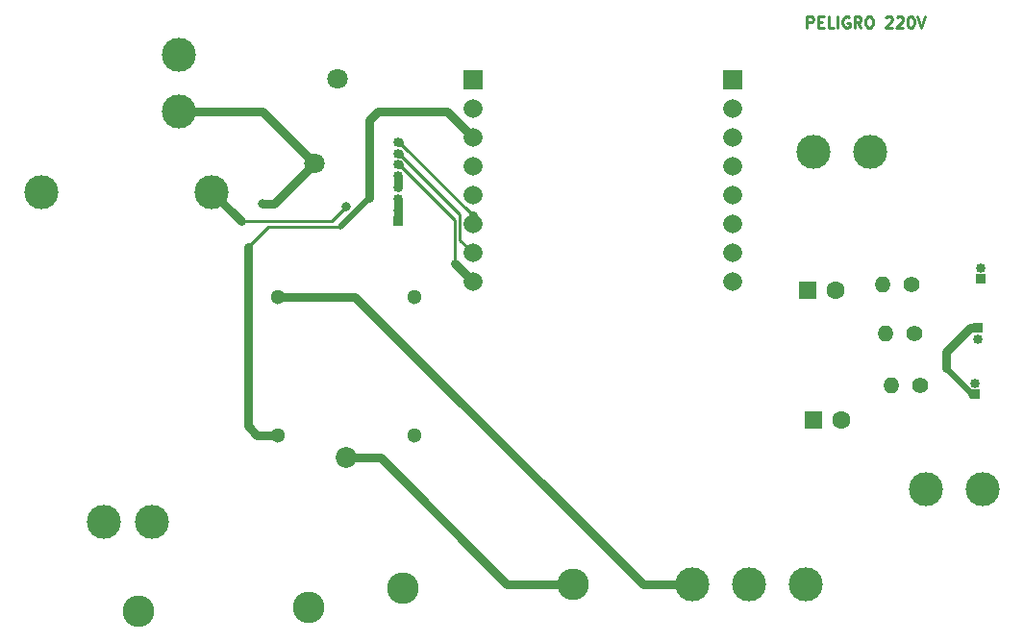
<source format=gbr>
%TF.GenerationSoftware,KiCad,Pcbnew,5.1.7-a382d34a8~88~ubuntu20.04.1*%
%TF.CreationDate,2020-12-27T18:37:31+01:00*%
%TF.ProjectId,PhotoPlug,50686f74-6f50-46c7-9567-2e6b69636164,rev?*%
%TF.SameCoordinates,Original*%
%TF.FileFunction,Copper,L2,Bot*%
%TF.FilePolarity,Positive*%
%FSLAX46Y46*%
G04 Gerber Fmt 4.6, Leading zero omitted, Abs format (unit mm)*
G04 Created by KiCad (PCBNEW 5.1.7-a382d34a8~88~ubuntu20.04.1) date 2020-12-27 18:37:31*
%MOMM*%
%LPD*%
G01*
G04 APERTURE LIST*
%TA.AperFunction,NonConductor*%
%ADD10C,0.250000*%
%TD*%
%TA.AperFunction,ComponentPad*%
%ADD11C,3.000000*%
%TD*%
%TA.AperFunction,ComponentPad*%
%ADD12O,0.850000X0.850000*%
%TD*%
%TA.AperFunction,ComponentPad*%
%ADD13R,0.850000X0.850000*%
%TD*%
%TA.AperFunction,ComponentPad*%
%ADD14C,1.800000*%
%TD*%
%TA.AperFunction,ComponentPad*%
%ADD15O,1.400000X1.400000*%
%TD*%
%TA.AperFunction,ComponentPad*%
%ADD16C,1.400000*%
%TD*%
%TA.AperFunction,ComponentPad*%
%ADD17C,1.840000*%
%TD*%
%TA.AperFunction,ComponentPad*%
%ADD18C,1.300000*%
%TD*%
%TA.AperFunction,ComponentPad*%
%ADD19C,1.665000*%
%TD*%
%TA.AperFunction,ComponentPad*%
%ADD20R,1.665000X1.665000*%
%TD*%
%TA.AperFunction,ComponentPad*%
%ADD21C,2.780000*%
%TD*%
%TA.AperFunction,ComponentPad*%
%ADD22C,1.600000*%
%TD*%
%TA.AperFunction,ComponentPad*%
%ADD23R,1.600000X1.600000*%
%TD*%
%TA.AperFunction,ViaPad*%
%ADD24C,0.800000*%
%TD*%
%TA.AperFunction,Conductor*%
%ADD25C,0.750000*%
%TD*%
%TA.AperFunction,Conductor*%
%ADD26C,0.500000*%
%TD*%
%TA.AperFunction,Conductor*%
%ADD27C,0.250000*%
%TD*%
G04 APERTURE END LIST*
D10*
X186142952Y-97988380D02*
X186142952Y-96988380D01*
X186523904Y-96988380D01*
X186619142Y-97036000D01*
X186666761Y-97083619D01*
X186714380Y-97178857D01*
X186714380Y-97321714D01*
X186666761Y-97416952D01*
X186619142Y-97464571D01*
X186523904Y-97512190D01*
X186142952Y-97512190D01*
X187142952Y-97464571D02*
X187476285Y-97464571D01*
X187619142Y-97988380D02*
X187142952Y-97988380D01*
X187142952Y-96988380D01*
X187619142Y-96988380D01*
X188523904Y-97988380D02*
X188047714Y-97988380D01*
X188047714Y-96988380D01*
X188857238Y-97988380D02*
X188857238Y-96988380D01*
X189857238Y-97036000D02*
X189762000Y-96988380D01*
X189619142Y-96988380D01*
X189476285Y-97036000D01*
X189381047Y-97131238D01*
X189333428Y-97226476D01*
X189285809Y-97416952D01*
X189285809Y-97559809D01*
X189333428Y-97750285D01*
X189381047Y-97845523D01*
X189476285Y-97940761D01*
X189619142Y-97988380D01*
X189714380Y-97988380D01*
X189857238Y-97940761D01*
X189904857Y-97893142D01*
X189904857Y-97559809D01*
X189714380Y-97559809D01*
X190904857Y-97988380D02*
X190571523Y-97512190D01*
X190333428Y-97988380D02*
X190333428Y-96988380D01*
X190714380Y-96988380D01*
X190809619Y-97036000D01*
X190857238Y-97083619D01*
X190904857Y-97178857D01*
X190904857Y-97321714D01*
X190857238Y-97416952D01*
X190809619Y-97464571D01*
X190714380Y-97512190D01*
X190333428Y-97512190D01*
X191523904Y-96988380D02*
X191714380Y-96988380D01*
X191809619Y-97036000D01*
X191904857Y-97131238D01*
X191952476Y-97321714D01*
X191952476Y-97655047D01*
X191904857Y-97845523D01*
X191809619Y-97940761D01*
X191714380Y-97988380D01*
X191523904Y-97988380D01*
X191428666Y-97940761D01*
X191333428Y-97845523D01*
X191285809Y-97655047D01*
X191285809Y-97321714D01*
X191333428Y-97131238D01*
X191428666Y-97036000D01*
X191523904Y-96988380D01*
X193095333Y-97083619D02*
X193142952Y-97036000D01*
X193238190Y-96988380D01*
X193476285Y-96988380D01*
X193571523Y-97036000D01*
X193619142Y-97083619D01*
X193666761Y-97178857D01*
X193666761Y-97274095D01*
X193619142Y-97416952D01*
X193047714Y-97988380D01*
X193666761Y-97988380D01*
X194047714Y-97083619D02*
X194095333Y-97036000D01*
X194190571Y-96988380D01*
X194428666Y-96988380D01*
X194523904Y-97036000D01*
X194571523Y-97083619D01*
X194619142Y-97178857D01*
X194619142Y-97274095D01*
X194571523Y-97416952D01*
X194000095Y-97988380D01*
X194619142Y-97988380D01*
X195238190Y-96988380D02*
X195333428Y-96988380D01*
X195428666Y-97036000D01*
X195476285Y-97083619D01*
X195523904Y-97178857D01*
X195571523Y-97369333D01*
X195571523Y-97607428D01*
X195523904Y-97797904D01*
X195476285Y-97893142D01*
X195428666Y-97940761D01*
X195333428Y-97988380D01*
X195238190Y-97988380D01*
X195142952Y-97940761D01*
X195095333Y-97893142D01*
X195047714Y-97797904D01*
X195000095Y-97607428D01*
X195000095Y-97369333D01*
X195047714Y-97178857D01*
X195095333Y-97083619D01*
X195142952Y-97036000D01*
X195238190Y-96988380D01*
X195857238Y-96988380D02*
X196190571Y-97988380D01*
X196523904Y-96988380D01*
D11*
%TO.P,U1,1*%
%TO.N,Net-(J1-Pad2)*%
X124238000Y-141500000D03*
%TO.P,U1,0*%
%TO.N,Net-(F1-Pad2)*%
X128438000Y-141500000D03*
%TO.P,U1,3*%
%TO.N,GND*%
X133738000Y-112500000D03*
%TO.P,U1,2*%
%TO.N,Net-(F2-Pad2)*%
X118738000Y-112500000D03*
%TD*%
%TO.P,J3,1*%
%TO.N,Net-(J1-Pad2)*%
X186690000Y-108966000D03*
%TO.P,J3,2*%
%TO.N,Net-(J1-Pad1)*%
X191690000Y-108966000D03*
%TD*%
D12*
%TO.P,J4,8*%
%TO.N,Net-(IC1-Pad3)*%
X150114000Y-108062000D03*
%TO.P,J4,7*%
%TO.N,Net-(IC1-Pad2)*%
X150114000Y-109062000D03*
%TO.P,J4,6*%
%TO.N,Net-(IC1-Pad1)*%
X150114000Y-110062000D03*
%TO.P,J4,5*%
%TO.N,+5V*%
X150114000Y-111062000D03*
%TO.P,J4,4*%
X150114000Y-112062000D03*
%TO.P,J4,3*%
%TO.N,GND*%
X150114000Y-113062000D03*
%TO.P,J4,2*%
X150114000Y-114062000D03*
D13*
%TO.P,J4,1*%
X150114000Y-115062000D03*
%TD*%
D14*
%TO.P,RV1,1*%
%TO.N,Net-(J1-Pad2)*%
X142748000Y-109982000D03*
%TO.P,RV1,2*%
%TO.N,Net-(F1-Pad2)*%
X144798000Y-102482000D03*
%TD*%
D15*
%TO.P,R3,2*%
%TO.N,Net-(IC1-Pad4)*%
X193040000Y-124968000D03*
D16*
%TO.P,R3,1*%
%TO.N,Net-(J6-Pad2)*%
X195580000Y-124968000D03*
%TD*%
D15*
%TO.P,R2,2*%
%TO.N,Net-(IC1-Pad4)*%
X192786000Y-120650000D03*
D16*
%TO.P,R2,1*%
%TO.N,Net-(J8-Pad2)*%
X195326000Y-120650000D03*
%TD*%
D15*
%TO.P,R1,2*%
%TO.N,Net-(IC1-Pad4)*%
X193548000Y-129540000D03*
D16*
%TO.P,R1,1*%
%TO.N,Net-(J7-Pad2)*%
X196088000Y-129540000D03*
%TD*%
D17*
%TO.P,K1,1*%
%TO.N,Net-(F1-Pad2)*%
X145542000Y-135890000D03*
D18*
%TO.P,K1,2*%
%TO.N,Net-(IC1-Pad6)*%
X139542000Y-133890000D03*
%TO.P,K1,3*%
%TO.N,GND*%
X151542000Y-133890000D03*
%TO.P,K1,4*%
%TO.N,Net-(J2-Pad1)*%
X139542000Y-121690000D03*
%TO.P,K1,5*%
%TO.N,N/C*%
X151542000Y-121690000D03*
%TD*%
D12*
%TO.P,J8,2*%
%TO.N,Net-(J8-Pad2)*%
X201422000Y-119142000D03*
D13*
%TO.P,J8,1*%
%TO.N,GND*%
X201422000Y-120142000D03*
%TD*%
D12*
%TO.P,J7,2*%
%TO.N,Net-(J7-Pad2)*%
X200914000Y-129302000D03*
D13*
%TO.P,J7,1*%
%TO.N,GND*%
X200914000Y-130302000D03*
%TD*%
D12*
%TO.P,J6,2*%
%TO.N,Net-(J6-Pad2)*%
X201168000Y-125460000D03*
D13*
%TO.P,J6,1*%
%TO.N,GND*%
X201168000Y-124460000D03*
%TD*%
D11*
%TO.P,J5,1*%
%TO.N,Net-(J1-Pad2)*%
X130810000Y-105410000D03*
%TO.P,J5,2*%
%TO.N,Net-(J2-Pad1)*%
X130810000Y-100410000D03*
%TD*%
%TO.P,J2,1*%
%TO.N,Net-(J2-Pad1)*%
X176022000Y-147066000D03*
%TO.P,J2,2*%
%TO.N,Net-(F1-Pad1)*%
X181022000Y-147066000D03*
%TO.P,J2,3*%
%TO.N,Net-(J1-Pad1)*%
X186022000Y-147066000D03*
%TD*%
%TO.P,J1,1*%
%TO.N,Net-(J1-Pad1)*%
X196596000Y-138684000D03*
%TO.P,J1,2*%
%TO.N,Net-(J1-Pad2)*%
X201596000Y-138684000D03*
%TD*%
D19*
%TO.P,IC1,1*%
%TO.N,Net-(IC1-Pad1)*%
X156718000Y-120396000D03*
%TO.P,IC1,2*%
%TO.N,Net-(IC1-Pad2)*%
X156718000Y-117856000D03*
%TO.P,IC1,3*%
%TO.N,Net-(IC1-Pad3)*%
X156718000Y-115316000D03*
%TO.P,IC1,4*%
%TO.N,Net-(IC1-Pad4)*%
X156718000Y-112776000D03*
%TO.P,IC1,5*%
%TO.N,N/C*%
X156718000Y-110236000D03*
%TO.P,IC1,6*%
%TO.N,Net-(IC1-Pad6)*%
X156718000Y-107696000D03*
%TO.P,IC1,7*%
%TO.N,N/C*%
X156718000Y-105156000D03*
D20*
%TO.P,IC1,8*%
%TO.N,+5V*%
X156718000Y-102616000D03*
%TO.P,IC1,9*%
%TO.N,N/C*%
X179578000Y-102616000D03*
D19*
%TO.P,IC1,10*%
X179578000Y-105156000D03*
%TO.P,IC1,11*%
X179578000Y-107696000D03*
%TO.P,IC1,12*%
X179578000Y-110236000D03*
%TO.P,IC1,13*%
X179578000Y-112776000D03*
%TO.P,IC1,14*%
X179578000Y-115316000D03*
%TO.P,IC1,15*%
X179578000Y-117856000D03*
%TO.P,IC1,16*%
%TO.N,GND*%
X179578000Y-120396000D03*
%TD*%
D21*
%TO.P,F2,1*%
%TO.N,+1V5*%
X142270000Y-149052000D03*
%TO.P,F2,2*%
%TO.N,Net-(F2-Pad2)*%
X127270000Y-149372000D03*
%TD*%
%TO.P,F1,1*%
%TO.N,Net-(F1-Pad1)*%
X150592000Y-147366000D03*
%TO.P,F1,2*%
%TO.N,Net-(F1-Pad2)*%
X165592000Y-147046000D03*
%TD*%
D22*
%TO.P,C2,2*%
%TO.N,GND*%
X189190000Y-132588000D03*
D23*
%TO.P,C2,1*%
%TO.N,+1V5*%
X186690000Y-132588000D03*
%TD*%
D22*
%TO.P,C1,2*%
%TO.N,GND*%
X188682000Y-121158000D03*
D23*
%TO.P,C1,1*%
%TO.N,+1V5*%
X186182000Y-121158000D03*
%TD*%
D24*
%TO.N,GND*%
X145542000Y-113792000D03*
X150114000Y-114062000D03*
%TO.N,Net-(J1-Pad2)*%
X142748000Y-109982000D03*
X138176000Y-113538000D03*
%TD*%
D25*
%TO.N,GND*%
X150114000Y-115062000D02*
X150114000Y-114062000D01*
X150114000Y-114062000D02*
X150114000Y-113062000D01*
X200914000Y-130302000D02*
X200660000Y-130302000D01*
D26*
X200660000Y-130302000D02*
X198374000Y-128016000D01*
D25*
X200493000Y-124460000D02*
X201168000Y-124460000D01*
X198374000Y-126579000D02*
X200493000Y-124460000D01*
X198374000Y-128016000D02*
X198374000Y-126579000D01*
X133738000Y-112500000D02*
X136300000Y-115062000D01*
D27*
X136300000Y-115062000D02*
X144272000Y-115062000D01*
X144272000Y-115062000D02*
X145542000Y-113792000D01*
D25*
%TO.N,Net-(F1-Pad2)*%
X145542000Y-135890000D02*
X148590000Y-135890000D01*
X159746000Y-147046000D02*
X165592000Y-147046000D01*
X148590000Y-135890000D02*
X159746000Y-147046000D01*
%TO.N,Net-(IC1-Pad1)*%
X155110489Y-118788489D02*
X156718000Y-120396000D01*
D27*
X155110489Y-114948487D02*
X155110489Y-118788489D01*
X150224002Y-110062000D02*
X155110489Y-114948487D01*
D25*
X150114000Y-110062000D02*
X150224002Y-110062000D01*
D27*
%TO.N,Net-(IC1-Pad2)*%
X155560499Y-116698499D02*
X156718000Y-117856000D01*
X155560499Y-114398497D02*
X155560499Y-116698499D01*
X150224002Y-109062000D02*
X155560499Y-114398497D01*
D25*
X150114000Y-109062000D02*
X150224002Y-109062000D01*
%TO.N,Net-(IC1-Pad3)*%
X156718000Y-114555998D02*
X156718000Y-115316000D01*
D27*
X150224002Y-108062000D02*
X156718000Y-114555998D01*
D25*
X150114000Y-108062000D02*
X150224002Y-108062000D01*
%TO.N,Net-(IC1-Pad6)*%
X139542000Y-133890000D02*
X137700000Y-133890000D01*
X137700000Y-133890000D02*
X136906000Y-133096000D01*
X136906000Y-133096000D02*
X136906000Y-117348000D01*
D27*
X136906000Y-117348000D02*
X138684000Y-115570000D01*
X138684000Y-115570000D02*
X145034000Y-115570000D01*
D26*
X145034000Y-115570000D02*
X147574000Y-113030000D01*
D25*
X147574000Y-113030000D02*
X147574000Y-106172000D01*
X147574000Y-106172000D02*
X148336000Y-105410000D01*
X154432000Y-105410000D02*
X156718000Y-107696000D01*
X148336000Y-105410000D02*
X154432000Y-105410000D01*
%TO.N,+5V*%
X150114000Y-112062000D02*
X150114000Y-111062000D01*
%TO.N,Net-(J1-Pad2)*%
X138176000Y-105410000D02*
X142748000Y-109982000D01*
X130810000Y-105410000D02*
X138176000Y-105410000D01*
X139192000Y-113538000D02*
X142748000Y-109982000D01*
X138176000Y-113538000D02*
X139192000Y-113538000D01*
%TO.N,Net-(J2-Pad1)*%
X139542000Y-121690000D02*
X146328000Y-121690000D01*
X171704000Y-147066000D02*
X176022000Y-147066000D01*
X146328000Y-121690000D02*
X171704000Y-147066000D01*
%TD*%
M02*

</source>
